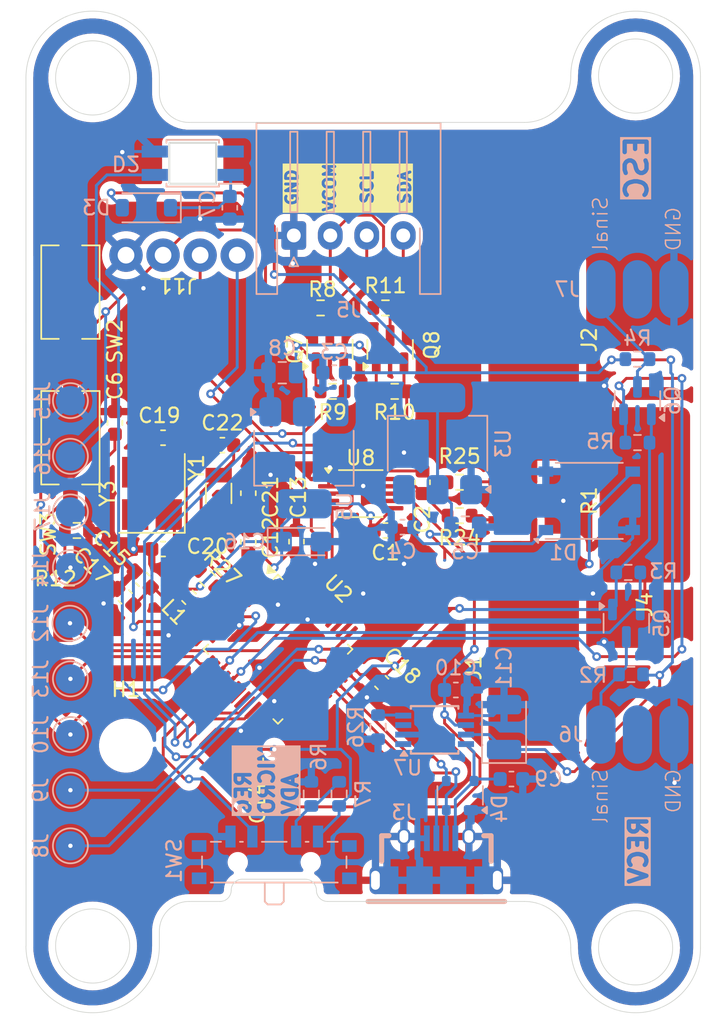
<source format=kicad_pcb>
(kicad_pcb (version 20240108) (generator "pcbnew") (generator_version "8.0")
  (layers (0 "F.Cu" signal) (31 "B.Cu" signal) (34 "B.Paste" user) (35 "F.Paste" user) (36 "B.SilkS" user "B.Silkscreen") (37 "F.SilkS" user "F.Silkscreen") (38 "B.Mask" user) (39 "F.Mask" user) (44 "Edge.Cuts" user))
  (net 0 "")
  (net 1 "GND")
  (net 2 "+3V3")
  (net 3 "Net-(D1-+)")
  (net 4 "+5V")
  (net 5 "+BATT")
  (net 6 "Net-(J5-Pin_3)")
  (net 7 "Net-(J5-Pin_4)")
  (net 8 "Net-(J5-Pin_2)")
  (net 9 "PWM-RECEIVER")
  (net 10 "PWM-INPUT")
  (net 11 "PWM-ESC")
  (net 12 "PWM-OUTPUT")
  (net 14 "Net-(U8-Vin+)")
  (net 15 "Net-(U8-Vin-)")
  (net 16 "Net-(R6-Pad2)")
  (net 17 "AN-CLASSE")
  (net 18 "I2C-SCL")
  (net 19 "I2C-SDA")
  (net 21 "SLAVE_SDA")
  (net 25 "Net-(D2-VDD)")
  (net 26 "LED")
  (net 36 "SLAVE_SCL")
  (net 37 "Net-(J12-Pin_1)")
  (net 38 "Net-(J13-Pin_1)")
  (net 44 "Net-(J14-Pin_1)")
  (net 47 "Net-(R1-Pad3)")
  (net 48 "Net-(R1-Pad2)")
  (net 49 "Net-(J2-Pin_1)")
  (net 50 "VDC")
  (net 53 "VBUS")
  (net 54 "USB_DM")
  (net 55 "USB_DP")
  (net 56 "Net-(U7-ILIM)")
  (net 57 "Net-(U2-VDDA)")
  (net 58 "Net-(U2-PH0)")
  (net 59 "Net-(C20-Pad2)")
  (net 60 "Net-(U2-PC14)")
  (net 61 "Net-(U2-PC15)")
  (net 62 "Net-(J8-Pin_1)")
  (net 63 "Net-(J9-Pin_1)")
  (net 64 "Net-(J10-Pin_1)")
  (net 65 "Net-(U2-PH1)")
  (footprint "Package_TO_SOT_SMD:SOT-23" (layer "F.Cu") (at 151.45 57.4525 90)
    (property "Reference" "Q8")
    (property "Value" "BSS138")
  )
  (footprint "Capacitor_SMD:C_0603_1608Metric" (layer "F.Cu") (at 132.588 62.484 90)
    (property "Reference" "C6")
    (property "Value" "0.1u")
  )
  (footprint "footprints:MSRSF3920P" (layer "F.Cu") (at 161.29 67.818 90)
    (property "Reference" "R1")
    (property "Value" "R_Shunt")
  )
  (footprint "Capacitor_SMD:C_0603_1608Metric" (layer "F.Cu") (at 135.89 71.12)
    (property "Reference" "C20")
    (property "Value" "20p")
  )
  (footprint "Capacitor_SMD:C_0603_1608Metric" (layer "F.Cu") (at 134.5 73.2 -45)
    (property "Reference" "C15")
    (property "Value" "0.1u")
  )
  (footprint "Package_TO_SOT_SMD:SOT-23" (layer "F.Cu") (at 147.32 57.452501 90)
    (property "Reference" "Q7")
    (property "Value" "BSS138")
  )
  (footprint "Capacitor_SMD:C_0603_1608Metric" (layer "F.Cu") (at 142.24 85.585 90)
    (property "Reference" "C14")
    (property "Value" "0.1u")
  )
  (footprint "Capacitor_SMD:C_0603_1608Metric" (layer "F.Cu") (at 133.3 74.4 -45)
    (property "Reference" "C17")
    (property "Value" "1u")
  )
  (footprint "Resistor_SMD:R_0603_1608Metric" (layer "F.Cu") (at 156.21 68.834 180)
    (property "Reference" "R24")
    (property "Value" "1" (hide yes))
  )
  (footprint "Resistor_SMD:R_0603_1608Metric" (layer "F.Cu") (at 156.21 66.548 180)
    (property "Reference" "R25")
    (property "Value" "1")
  )
  (footprint "Button_Switch_SMD:SW_Tactile_SPST_NO_Straight_CK_PTS636Sx25SMTRLFS" (layer "F.Cu") (at 129.54 53.529 90)
    (property "Reference" "SW2")
    (property "Value" "Boot0")
  )
  (footprint "footprints:HV_CONN_01x01_pad_6.2x12mm" (layer "F.Cu") (at 168.91 67.31 90)
    (property "Reference" "J4")
    (property "Value" "GND-BATT")
  )
  (footprint "Package_QFP:LQFP-48_7x7mm_P0.5mm" (layer "F.Cu") (at 143.764 77.978 -45)
    (property "Reference" "U2")
    (property "Value" "STM32L052C6Tx")
  )
  (footprint "Package_SO:VSSOP-10_3x3mm_P0.5mm" (layer "F.Cu") (at 149.438 67.326)
    (property "Reference" "U8")
    (property "Value" "INA226")
  )
  (footprint "Crystal:Crystal_SMD_3225-4Pin_3.2x2.5mm_HandSoldering" (layer "F.Cu") (at 135.128 67.31 90)
    (property "Reference" "Y3")
    (property "Value" "8mhz")
  )
  (footprint "footprints:HV_CONN_01x01_pad_6.2x12mm" (layer "F.Cu") (at 161.29 78.486 90)
    (property "Reference" "J1")
    (property "Value" "VCC-BATT")
  )
  (footprint "Capacitor_SMD:C_0603_1608Metric" (layer "F.Cu") (at 145.034 70.612 -90)
    (property "Reference" "C13")
    (property "Value" "0.1u")
  )
  (footprint "Capacitor_SMD:C_0603_1608Metric" (layer "F.Cu") (at 141.732 70.625 -90)
    (property "Reference" "C12")
    (property "Value" "0.1u")
  )
  (footprint "Capacitor_SMD:C_0603_1608Metric" (layer "F.Cu") (at 139.954 64.008 180)
    (property "Reference" "C22")
    (property "Value" "10p")
  )
  (footprint "Sigma Footprints:OLED_0.91_128x32" (layer "F.Cu") (at 137.16 51 180)
    (property "Reference" "J11")
    (property "Value" "Display")
  )
  (footprint "Resistor_SMD:R_0603_1608Metric" (layer "F.Cu") (at 151.13 54.61 180)
    (property "Reference" "R11")
    (property "Value" "10k")
  )
  (footprint "Capacitor_SMD:C_0603_1608Metric" (layer "F.Cu") (at 153.67 66.548 -90)
    (property "Reference" "C2")
    (property "Value" "0.1u")
  )
  (footprint "Crystal:Crystal_SMD_3215-2Pin_3.2x1.5mm" (layer "F.Cu") (at 139.7 67.31 -90)
    (property "Reference" "Y1")
    (property "Value" "32.768khz")
  )
  (footprint "Capacitor_SMD:C_0603_1608Metric" (layer "F.Cu") (at 141.732 67.297 90)
    (property "Reference" "C21")
    (property "Value" "10p")
  )
  (footprint "Inductor_SMD:L_0603_1608Metric" (layer "F.Cu") (at 137.668 74.422 -45)
    (property "Reference" "L1")
    (property "Value" "L_Small")
  )
  (footprint "footprints:HV_CONN_01x01_pad_6.2x12mm" (layer "F.Cu") (at 161.29 56.796 90)
    (property "Reference" "J2")
    (property "Value" "VCC-ESC")
  )
  (footprint "Capacitor_SMD:C_0603_1608Metric" (layer "F.Cu") (at 135.89 63.5)
    (property "Reference" "C19")
    (property "Value" "20p")
  )
  (footprint "Resistor_SMD:R_0603_1608Metric" (layer "F.Cu") (at 138.938 73.152 -45)
    (property "Reference" "R27")
    (property "Value" "390")
  )
  (footprint "Resistor_SMD:R_0603_1608Metric" (layer "F.Cu") (at 129.985 69.85 180)
    (property "Reference" "R12")
    (property "Value" "10k")
  )
  (footprint "MountingHole:MountingHole_3.2mm_M3_ISO7380" (layer "F.Cu") (at 133.35 84.582)
    (property "Reference" "H1")
    (property "Value" "MountingHole")
  )
  (footprint "Button_Switch_SMD:SW_Tactile_SPST_NO_Straight_CK_PTS636Sx25SMTRLFS" (layer "F.Cu") (at 129.54 63.5 90)
    (property "Reference" "SW3")
    (property "Value" "Reset")
  )
  (footprint "Resistor_SMD:R_0603_1608Metric" (layer "F.Cu") (at 147.51 60.325 180)
    (property "Reference" "R9")
    (property "Value" "10k")
  )
  (footprint "Resistor_SMD:R_0603_1608Metric" (layer "F.Cu") (at 146.685 54.61 180)
    (property "Reference" "R8")
    (property "Value" "10k")
  )
  (footprint "Resistor_SMD:R_0603_1608Metric" (layer "F.Cu") (at 151.765 60.325 180)
    (property "Reference" "R10")
    (property "Value" "10k")
  )
  (footprint "Capacitor_SMD:C_0603_1608Metric" (layer "F.Cu") (at 150.876 80.264 135)
    (property "Reference" "C18")
    (property "Value" "0.1u")
  )
  (footprint "Capacitor_SMD:C_0603_1608Metric" (layer "F.Cu") (at 151.13 69.85)
    (property "Reference" "C1")
    (property "Value" "0.1u")
  )
  (footprint "Capacitor_SMD:C_0603_1608Metric" (layer "B.Cu") (at 140.462 47.752 -90)
    (property "Reference" "C7")
    (property "Value" "0.1u")
  )
  (footprint "TestPoint:TestPoint_Pad_D2.0mm" (layer "B.Cu") (at 129.54 91.44)
    (property "Reference" "J8")
    (property "Value" "SWDIO")
  )
  (footprint "Capacitor_SMD:C_0603_1608Metric" (layer "B.Cu") (at 147.614999 59.049 180)
    (property "Reference" "C3")
    (property "Value" "0.1u")
  )
  (footprint "Resistor_SMD:R_0603_1608Metric" (layer "B.Cu") (at 167.96 79.7075)
    (property "Reference" "R2")
    (property "Value" "10k")
  )
  (footprint "TestPoint:TestPoint_Pad_D2.0mm" (layer "B.Cu") (at 129.54 68.58 180)
    (property "Reference" "J17")
    (property "Value" "3V3")
  )
  (footprint "Package_TO_SOT_SMD:SOT-23" (layer "B.Cu") (at 167.64 76.2 -90)
    (property "Reference" "Q5")
    (property "Value" "BSS138")
  )
  (footprint "Sigma Footprints:SolderWire_SMD_3" (layer "B.Cu") (at 168.402 53.34 180)
    (property "Reference" "J7")
    (property "Value" "ESC")
  )
  (footprint "Package_SO:TSSOP-8_3x3mm_P0.65mm" (layer "B.Cu") (at 154.5 83.5)
    (property "Reference" "U7")
    (property "Value" "TPS2113A")
  )
  (footprint "Button_Switch_SMD:SW_SP3T_PCM13" (layer "B.Cu") (at 143.51 92.235 180)
    (property "Reference" "SW1")
    (property "Value" "CLASSE")
  )
  (footprint "Sigma Footprints:SolderWire_SMD_3" (layer "B.Cu") (at 168.402 83.82 180)
    (property "Reference" "J6")
    (property "Value" "RECEIVER")
  )
  (footprint "Resistor_SMD:R_0603_1608Metric" (layer "B.Cu") (at 147.955001 87.884 90)
    (property "Reference" "R7")
    (property "Value" "10k")
  )
  (footprint "TestPoint:TestPoint_Pad_D2.0mm" (layer "B.Cu") (at 129.54 87.63)
    (property "Reference" "J9")
    (property "Value" "SWCLK")
  )
  (footprint "TestPoint:TestPoint_Pad_D2.0mm" (layer "B.Cu") (at 129.54 60.96 180)
    (property "Reference" "J15")
    (property "Value" "GND")
  )
  (footprint "TestPoint:TestPoint_Pad_D2.0mm" (layer "B.Cu") (at 129.54 72.39 180)
    (property "Reference" "J14")
    (property "Value" "BOOT0")
  )
  (footprint "Resistor_SMD:R_0603_1608Metric" (layer "B.Cu") (at 168.402 58.1175 180)
    (property "Reference" "R4")
    (property "Value" "10k")
  )
  (footprint "Diode_SMD:D_SOD-123" (layer "B.Cu") (at 134.748 47.752 180)
    (property "Reference" "D3")
    (property "Value" "1N4148W")
  )
  (footprint "Capacitor_SMD:C_0603_1608Metric" (layer "B.Cu") (at 155.956 80.772)
    (property "Reference" "C10")
    (property "Value" "0.1u")
  )
  (footprint "Capacitor_SMD:C_0805_2012Metric" (layer "B.Cu") (at 144.059001 59.049 180)
    (property "Reference" "C8")
    (property "Value" "10u")
  )
  (footprint "TestPoint:TestPoint_Pad_D2.0mm" (layer "B.Cu") (at 129.54 80.01 180)
    (property "Reference" "J13")
    (property "Value" "USART2-RX")
  )
  (footprint "Resistor_SMD:R_0603_1608Metric" (layer "B.Cu") (at 150.622 83.312 -90)
    (property "Reference" "R26")
    (property "Value" "400")
  )
  (footprint "Capacitor_SMD:C_0603_1608Metric" (layer "B.Cu") (at 159.766 86.868 180)
    (property "Reference" "C9")
    (property "Value" "0.1u")
  )
  (footprint "Capacitor_SMD:C_0603_1608Metric" (layer "B.Cu") (at 152.3 69.621 180)
    (property "Reference" "C4")
    (property "Value" "0.1u")
  )
  (footprint "Capacitor_Tantalum_SMD:CP_EIA-3528-21_Kemet-B" (layer "B.Cu") (at 159.258 83.312 90)
    (property "Reference" "C11")
    (property "Value" "10u")
  )
  (footprint "Diode_SMD:Diode_Bridge_Diotec_ABS" (layer "B.Cu") (at 165.1 67.818)
    (property "Reference" "D1")
    (property "Value" "ABS6")
  )
  (footprint "Capacitor_SMD:C_0805_2012Metric" (layer "B.Cu") (at 156.605 69.621)
    (property "Reference" "C5")
    (property "Value" "10u")
  )
  (footprint "TestPoint:TestPoint_Pad_D2.0mm" (layer "B.Cu") (at 129.511 76.2 180)
    (property "Reference" "J12")
    (property "Value" "USART2-TX")
  )
  (footprint "Package_TO_SOT_SMD:SOT-223-3_TabPin2" (layer "B.Cu") (at 154.7 63.906 90)
    (property "Reference" "U3")
    (property "Value" "LD1117S50TR_SOT223")
  )
  (footprint "Resistor_SMD:R_0603_1608Metric" (layer "B.Cu") (at 168.402 63.8325)
    (property "Reference" "R5")
    (property "Value" "10k")
  )
  (footprint "Package_TO_SOT_SMD:SOT-223-3_TabPin2" (layer "B.Cu") (at 145.542 64.871999 -90)
    (property "Reference" "U5")
    (property "Value" "LD1117S33TR_SOT223")
  )
  (footprint "TestPoint:TestPoint_Pad_D2.0mm" (layer "B.Cu") (at 129.54 83.82)
    (property "Reference" "J10")
    (property "Value" "NRST")
  )
  (footprint "TestPoint:TestPoint_Pad_D2.0mm" (layer "B.Cu") (at 129.54 64.77 180)
    (property "Reference" "J16")
    (property "Value" "3V3")
  )
  (footprint "Connector_JST:JST_XH_S4B-XH-A-1_1x04_P2.50mm_Horizontal" (layer "B.Cu") (at 144.85 49.65)
    (property "Reference" "J5")
    (property "Value" "UART")
  )
  (footprint "Sigma Footprints:SK6812MINI-E" (layer "B.Cu") (at 137.922 44.704)
    (property "Reference" "D2")
    (property "Value" "SK6812MINI")
    (fp_poly (pts (xy -1.6 1.4) (xy -1.6 -1.4) (xy 1.6 -1.4) (xy 1.6 1.4)) (stroke (width 0.12)) (fill none) (layer "Edge.Cuts"))
  )
  (footprint "Package_TO_SOT_SMD:SOT-23" (layer "B.Cu") (at 168.402 60.96 90)
    (property "Reference" "Q6")
    (property "Value" "BSS138")
  )
  (footprint "Capacitor_Tantalum_SMD:CP_EIA-3216-18_Kemet-A" (layer "B.Cu") (at 145.368 70.612)
    (property "Reference" "C16")
    (property "Value" "4.7u")
  )
  (footprint "Resistor_SMD:R_0603_1608Metric" (layer "B.Cu") (at 167.77 72.7225 180)
    (property "Reference" "R3")
    (property "Value" "10k")
  )
  (footprint "Resistor_SMD:R_0603_1608Metric" (layer "B.Cu") (at 146.05 87.884 -90)
    (property "Reference" "R6")
    (property "Value" "10k")
  )
  (footprint "Package_TO_SOT_SMD:SOT-143" (layer "B.Cu") (at 156.25 88 90)
    (property "Reference" "D4")
    (property "Value" "PRTR5V0U2X")
  )
  (footprint "footprints:47589-1001" (layer "B.Cu") (at 154.62 95.25 180)
    (property "Reference" "J3")
    (property "Value" "USB_B_Micro")
  )
  (gr_arc (start 163.829999 38.735) (mid 162.900063 40.980063) (end 160.655 41.909999) (stroke (width 0.05)) (layer "Edge.Cuts"))
  (gr_arc (start 137.668 41.909999) (mid 136.23116 41.31484) (end 135.636001 39.878) (stroke (width 0.05)) (layer "Edge.Cuts"))
  (gr_line (start 137.668 41.909999) (end 160.655 41.909999) (stroke (width 0.05)) (layer "Edge.Cuts"))
  (gr_arc (start 140.558185 94.488) (mid 140.78137 93.949185) (end 141.320185 93.726) (stroke (width 0.05)) (layer "Edge.Cuts"))
  (gr_circle (center 131.064 38.862) (end 131.064 41.402) (stroke (width 0.05)) (fill none) (layer "Edge.Cuts"))
  (gr_arc (start 147.162185 95.249999) (mid 146.62337 95.026815) (end 146.400186 94.488) (stroke (width 0.05)) (layer "Edge.Cuts"))
  (gr_arc (start 145.638185 93.726001) (mid 146.177 93.949185) (end 146.400184 94.488) (stroke (width 0.05)) (layer "Edge.Cuts"))
  (gr_line (start 126.5 98.298) (end 126.492 38.862) (stroke (width 0.05)) (layer "Edge.Cuts"))
  (gr_line (start 172.720001 38.735) (end 172.720001 98.425) (stroke (width 0.05)) (layer "Edge.Cuts"))
  (gr_arc (start 172.720001 98.425) (mid 168.275 102.870001) (end 163.829999 98.425) (stroke (width 0.05)) (layer "Edge.Cuts"))
  (gr_arc (start 163.829999 38.735) (mid 168.275 34.289999) (end 172.720001 38.735) (stroke (width 0.05)) (layer "Edge.Cuts"))
  (gr_line (start 135.636001 97.282) (end 135.636 98.298) (stroke (width 0.05)) (layer "Edge.Cuts"))
  (gr_arc (start 160.655 95.250001) (mid 162.900063 96.179937) (end 163.829999 98.425) (stroke (width 0.05)) (layer "Edge.Cuts"))
  (gr_line (start 147.162185 95.249999) (end 160.655 95.250001) (stroke (width 0.05)) (layer "Edge.Cuts"))
  (gr_arc (start 135.636 98.298) (mid 131.064 102.87) (end 126.492 98.298) (stroke (width 0.05)) (layer "Edge.Cuts"))
  (gr_circle (center 168.275 38.735) (end 168.275 41.275) (stroke (width 0.05)) (fill none) (layer "Edge.Cuts"))
  (gr_line (start 139.796185 95.25) (end 137.668 95.250001) (stroke (width 0.05)) (layer "Edge.Cuts"))
  (gr_arc (start 135.636001 97.282) (mid 136.23116 95.84516) (end 137.668 95.250001) (stroke (width 0.05)) (layer "Edge.Cuts"))
  (gr_circle (center 168.275 98.425) (end 168.275 95.885) (stroke (width 0.05)) (fill none) (layer "Edge.Cuts"))
  (gr_line (start 135.636 38.862) (end 135.636001 39.878) (stroke (width 0.05)) (layer "Edge.Cuts"))
  (gr_circle (center 131.064 98.298) (end 131.064 95.758) (stroke (width 0.05)) (fill none) (layer "Edge.Cuts"))
  (gr_line (start 145.638185 93.726001) (end 141.320185 93.726) (stroke (width 0.05)) (layer "Edge.Cuts"))
  (gr_arc (start 126.492 38.862) (mid 131.064 34.29) (end 135.636 38.862) (stroke (width 0.05)) (layer "Edge.Cuts"))
  (gr_arc (start 140.558185 94.488) (mid 140.335 95.026815) (end 139.796185 95.25) (stroke (width 0.05)) (layer "Edge.Cuts"))
  (gr_text "GND" (at 170.862 86.106 90) (layer "B.SilkS") (effects (font (size 1 1) (thickness 0.1)) (justify left mirror)))
  (gr_text "ESC" (at 168.347 45.012 90) (layer "B.SilkS" knockout) (effects (font (size 1.5 1.5) (thickness 0.3) (bold yes)) (justify mirror)))
  (gr_text "Sinal" (at 165.862 50.8 90) (layer "B.SilkS") (effects (font (size 1 1) (thickness 0.1)) (justify right mirror)))
  (gr_text "GND" (at 170.862 50.8 90) (layer "B.SilkS") (effects (font (size 1 1) (thickness 0.1)) (justify right mirror)))
  (gr_text "Sinal" (at 165.862 86.106 90) (layer "B.SilkS") (effects (font (size 1 1) (thickness 0.1)) (justify left mirror)))
  (gr_text "REG\nMICRO\nADV" (at 143.002 89.408 90) (layer "B.SilkS" knockout) (effects (font (size 1 1) (thickness 0.25) (bold yes)) (justify right mirror)))
  (gr_text "RECV" (at 168.474 91.746001 90) (layer "B.SilkS" knockout) (effects (font (size 1.2 1.2) (thickness 0.3) (bold yes)) (justify mirror)))
  (gr_text "GND\n\nVCOM\n\nSCL\n\nSDA" (at 148.59 46.355 90) (layer "F.SilkS" knockout) (effects (font (size 0.8 0.8) (thickness 0.2) (bold yes))))
  (segment (start 140.334998 75.564998) (end 141.110025 76.340025) (width 0.2) (layer "F.Cu") (net 1))
  (segment (start 141.35798 83.566) (end 141.224 83.566) (width 0.2) (layer "F.Cu") (net 1))
  (segment (start 142.411658 82.512322) (end 141.35798 83.566) (width 0.2) (layer "F.Cu") (net 1))
  (segment (start 168.91 74.676) (end 166.116 77.47) (width 0.2) (layer "F.Cu") (net 1))
  (segment (start 150.63 67.826) (end 149.606 66.802) (width 0.2) (layer "F.Cu") (net 1))
  (segment (start 140.290338 75.564998) (end 140.334998 75.564998) (width 0.2) (layer "F.Cu") (net 1))
  (segment (start 147.238 65.614) (end 147.32 65.532) (width 0.2) (layer "F.Cu") (net 1))
  (segment (start 147.238 66.826) (end 147.238 66.326) (width 0.2) (layer "F.Cu") (net 1))
  (segment (start 147.238 66.326) (end 147.238 65.614) (width 0.2) (layer "F.Cu") (net 1))
  (segment (start 143.38998 81.534) (end 143.51 81.534) (width 0.2) (layer "F.Cu") (net 1))
  (segment (start 149.86 80.89202) (end 149.86 81.28) (width 0.2) (layer "F.Cu") (net 1))
  (segment (start 168.91 62.738) (end 166.116 59.944) (width 0.2) (layer "F.Cu") (net 1))
  (segment (start 142.411658 82.512322) (end 143.38998 81.534) (width 0.2) (layer "F.Cu") (net 1))
  (segment (start 148.298322 79.330342) (end 149.86 80.89202) (width 0.2) (layer "F.Cu") (net 1))
  (segment (start 145.116342 73.443678) (end 146.304 72.25602) (width 0.2) (layer "F.Cu") (net 1))
  (segment (start 168.91 67.41) (end 168.91 74.676) (width 0.2) (layer "F.Cu") (net 1))
  (segment (start 151.638 67.826) (end 150.63 67.826) (width 0.2) (layer "F.Cu") (net 1))
  (segment (start 168.91 67.41) (end 168.91 62.738) (width 0.2) (layer "F.Cu") (net 1))
  (segment (start 146.304 72.25602) (end 146.304 72.136) (width 0.2) (layer "F.Cu") (net 1))
  (via (at 133.858 71.12) (size 0.6) (drill 0.3) (layers "F.Cu" "B.Cu") (net 1))
  (via (at 146.304 72.136) (size 0.6) (drill 0.3) (layers "F.Cu" "B.Cu") (net 1))
  (via (at 143.51 81.534) (size 0.6) (drill 0.3) (layers "F.Cu" "B.Cu") (net 1))
  (via (at 131.812468 74.846674) (size 0.6) (drill 0.3) (layers "F.Cu" "B.Cu") (net 1))
  (via (at 144.78 51.562) (size 0.6) (drill 0.3) (layers "F.Cu" "B.Cu") (net 1))
  (via (at 145.796 75.946) (size 0.6) (drill 0.3) (layers "F.Cu" "B.Cu") (net 1))
  (via (at 165.354 74.168) (size 0.6) (drill 0.3) (layers "F.Cu" "B.Cu") (net 1))
  (via (at 149.606 66.802) (size 0.6) (drill 0.3) (layers "F.Cu" "B.Cu") (net 1))
  (via (at 166.116 59.944) (size 0.6) (drill 0.3) (layers "F.Cu" "B.Cu") (net 1))
  (via (at 166.116 77.47) (size 0.6) (drill 0.3) (layers "F.Cu" "B.Cu") (net 1))
  (via (at 147.32 65.532) (size 0.6) (drill 0.3) (layers "F.Cu" "B.Cu") (net 1))
  (via (at 141.224 83.566) (size 0.6) (drill 0.3) (layers "F.Cu" "B.Cu") (net 1))
  (via (at 152.4 72.136) (size 0.6) (drill 0.3) (layers "F.Cu" "B.Cu") (net 1))
  (via (at 149.606 74.168) (size 0.6) (drill 0.3) (layers "F.Cu" "B.Cu") (net 1))
  (via (at 136.266289 77.028827) (size 0.6) (drill 0.3) (layers "F.Cu" "B.Cu") (net 1))
  (via (at 134.54462 53.26462) (size 0.6) (drill 0.3) (layers "F.Cu" "B.Cu") (net 1))
  (via (at 143.764 74.93) (size 0.6) (drill 0.3) (layers "F.Cu" "B.Cu") (net 1))
  (via (at 163.322 67.818) (size 0.6) (drill 0.3) (layers "F.Cu" "B.Cu") (net 1))
  (via (at 149.86 81.28) (size 0.6) (drill 0.3) (layers "F.Cu" "B.Cu") (net 1))
  (via (at 152.4 64.516) (size 0.6) (drill 0.3) (layers "F.Cu" "B.Cu") (net 1))
  (via (at 138.43 48.514) (size 0.6) (drill 0.3) (layers "F.Cu" "B.Cu") (net 1))
  (via (at 133.096 43.942) (size 0.6) (drill 0.3) (layers "F.Cu" "B.Cu") (net 1))
  (via (at 141.110025 76.340025) (size 0.6) (drill 0.3) (layers "F.Cu" "B.Cu") (net 1))
  (via (at 170.942 87.122) (size 0.6) (drill 0.3) (layers "F.Cu" "B.Cu") (net 1))
  (via (at 143.256 66.04) (size 0.6) (drill 0.3) (layers "F.Cu" "B.Cu") (net 1))
  (via (at 142.494 79.248) (size 0.6) (drill 0.3) (layers "F.Cu" "B.Cu") (net 1))
  (segment (start 135.322 43.904) (end 133.134 43.904) (width 0.2) (layer "B.Cu") (net 1))
  (segment (start 168.075 69.818) (end 168.075 70.368) (width 0.2) (layer "B.Cu") (net 1))
  (segment (start 140.462 48.527) (end 138.443 48.527) (width 0.2) (layer "B.Cu") (net 1))
  (segment (start 133.134 43.904) (end 133.096 43.942) (width 0.2) (layer "B.Cu") (net 1))
  (segment (start 138.443 48.527) (end 138.43 48.514) (width 0.2) (layer "B.Cu") (net 1))
  (segment (start 158.507501 82.524999) (end 159.258 81.7745) (width 0.2) (layer "B.Cu") (net 1))
  (segment (start 165.354 73.089) (end 165.354 74.168) (width 0.2) (layer "B.Cu") (net 1))
  (segment (start 168.075 70.368) (end 165.354 73.089) (width 0.2) (layer "B.Cu") (net 1))
  (segment (start 156.65 82.524999) (end 158.507501 82.524999) (width 0.2) (layer "B.Cu") (net 1))
  (segment (start 150.114 68.834) (end 150.114 69.609) (width 0.2) (layer "F.Cu") (net 2))
  (segment (start 151.638 68.326) (end 150.355 69.609) (width 0.2) (layer "F.Cu") (net 2))
  (segment (start 137.614 49.276) (end 135.89 51) (width 0.2) (layer "F.Cu") (net 2))
  (segment (start 150.5 58.39) (end 150.5 59.885) (width 0.2) (layer "F.Cu") (net 2))
  (segment (start 152.908 75.184) (end 150.355 72.631) (width 0.2) (layer "F.Cu") (net 2))
  (segment (start 150.355 69.609) (end 150.355 69.85) (width 0.2) (layer "F.Cu") (net 2))
  (segment (start 143.51 84.836) (end 142.266 84.836) (width 0.2) (layer "F.Cu") (net 2))
  (segment (start 145.129999 57.15) (end 145.034 57.15) (width 0.2) (layer "F.Cu") (net 2))
  (segment (start 151.170008 79.715992) (end 150.327992 79.715992) (width 0.2) (layer "F.Cu") (net 2))
  (segment (start 143.51 72.39) (end 142.52 71.4) (width 0.2) (layer "F.Cu") (net 2))
  (segment (start 156.21 75.184) (end 155.702 75.184) (width 0.2) (layer "F.Cu") (net 2))
  (segment (start 156.21 75.184) (end 152.908 75.184) (width 0.2) (layer "F.Cu") (net 2))
  (segment (start 142.91 55.026) (end 142.91 49.946) (width 0.2) (layer "F.Cu") (net 2))
  (segment (start 142.52 71.4) (end 141.732 71.4) (width 0.2) (layer "F.Cu") (net 2))
  (segment (start 149.39108 79.715992) (end 148.651876 78.976788) (width 0.2) (layer "F.Cu") (net 2))
  (segment (start 150.5 59.885) (end 150.94 60.325) (width 0.2) (layer "F.Cu") (net 2))
  (segment (start 141.732 72.056912) (end 141.732 71.4) (width 0.2) (layer "F.Cu") (net 2))
  (segment (start 142.91 49.946) (end 142.24 49.276) (width 0.2) (layer "F.Cu") (net 2))
  (segment (start 142.24 83.391088) (end 142.765212 82.865876) (width 0.2) (layer "F.Cu") (net 2))
  (segment (start 129.54 57.404) (end 131.953 54.991) (width 0.2) (layer "F.Cu") (net 2))
  (segment (start 146.37 60.01) (end 146.685 60.325) (width 0.2) (layer "F.Cu") (net 2))
  (segment (start 144.513 71.387) (end 145.034 71.387) (width 0.2) (layer "F.Cu") (net 2))
  (segment (start 150.5 58.39) (end 150.5 58.298) (width 0.2) (layer "F.Cu") (net 2))
  (segment (start 146.37 58.390001) (end 146.37 60.01) (width 0.2) (layer "F.Cu") (net 2))
  (segment (start 131.953 54.864) (end 132.026 54.864) (width 0.2) (layer "F.Cu") (net 2))
  (segment (start 155.702 75.184) (end 151.170008 79.715992) (width 0.2) (layer "F.Cu") (net 2))
  (segment (start 146.37 58.390001) (end 145.129999 57.15) (width 0.2) (layer "F.Cu") (net 2))
  (segment (start 150.355 72.631) (end 150.355 69.85) (width 0.2) (layer "F.Cu") (net 2))
  (segment (start 143.51 72.39) (end 144.513 71.387) (width 0.2) (layer "F.Cu") (net 2))
  (segment (start 142.24 84.81) (end 142.24 83.391088) (width 0.2) (layer "F.Cu") (net 2))
  (segment (start 138.224847 73.865153) (end 138.43 73.66) (width 0.2) (layer "F.Cu") (net 2))
  (segment (start 137.111153 73.865153) (end 138.224847 73.865153) (width 0.2) (layer "F.Cu") (net 2))
  (segment (start 150.327992 79.715992) (end 149.39108 79.715992) (width 0.2) (layer "F.Cu") (net 2))
  (segment (start 142.24 49.276) (end 137.614 49.276) (width 0.2) (layer "F.Cu") (net 2))
  (segment (start 131.953 54.991) (end 131.953 54.864) (width 0.2) (layer "F.Cu") (net 2))
  (segment (start 145.034 71.387) (end 145.034 72.818912) (width 0.2) (layer "F.Cu") (net 2))
  (segment (start 132.026 54.864) (end 135.89 51) (width 0.2) (layer "F.Cu") (net 2))
  (segment (start 150.5 58.298) (end 149.352 57.15) (width 0.2) (layer "F.Cu") (net 2))
  (segment (start 142.266 84.836) (end 142.24 84.81) (width 0.2) (layer "F.Cu") (net 2))
  (segment (start 145.034 72.818912) (end 144.762788 73.090124) (width 0.2) (layer "F.Cu") (net 2))
  (segment (start 145.034 57.15) (end 142.91 55.026) (width 0.2) (layer "F.Cu") (net 2))
  (segment (start 150.114 69.609) (end 150.355 69.85) (width 0.2) (layer "F.Cu") (net 2))
  (segment (start 142.765212 73.090124) (end 141.732 72.056912) (width 0.2) (layer "F.Cu") (net 2))
  (via (at 151.765 79.121) (size 0.6) (drill 0.3) (layers "F.Cu" "B.Cu") (net 2))
  (via (at 145.034 57.15) (size 0.6) (drill 0.3) (layers "F.Cu" "B.Cu") (net 2))
  (via (at 156.21 75.184) (size 0.6) (drill 0.3) (layers "F.Cu" "B.Cu") (net 2))
  (via (at 143.51 84.836) (size 0.6) (drill 0.3) (layers "F.Cu" "B.Cu") (net 2))
  (via (at 150.114 68.834) (size 0.6) (drill 0.3) (layers "F.Cu" "B.Cu") (net 2))
  (via (at 131.953 54.864) (size 0.6) (drill 0.3) (layers "F.Cu" "B.Cu") (net 2))
  (via (at 143.51 72.39) (size 0.6) (drill 0.3) (layers "F.Cu" "B.Cu") (net 2))
  (via (at 149.352 57.15) (size 0.6) (drill 0.3) (layers "F.Cu" "B.Cu") (net 2))
  (via (at 138.43 73.66) (size 0.6) (drill 0.3) (layers "F.Cu" "B.Cu") (net 2))
  (segment (start 166.945 75.0075) (end 166.69 75.2625) (width 0.2) (layer "B.Cu") (net 2))
  (segment (start 169.352 61.8975) (end 169.352 63.7075) (width 0.2) (layer "B.Cu") (net 2))
  (segment (start 131.953 62.357) (end 131.953 54.864) (width 0.2) (layer "B.Cu") (net 2))
  (segment (start 144.018 70.612) (end 144.018 69.545998) (width 0.2) (layer "B.Cu") (net 2))
  (segment (start 148.59 85.344) (end 148.082 84.836) (width 0.2) (layer "B.Cu") (net 2))
  (segment (start 138.43 73.66) (end 141.478 70.612) (width 0.2) (layer "B.Cu") (net 2))
  (segment (start 147.955001 88.709) (end 148.730001 87.934) (width 0.2) (layer "B.Cu") (net 2))
  (segment (start 150.241 79.121) (end 147.828 81.534) (width 0.2) (layer "B.Cu") (net 2))
  (segment (start 156.2885 75.2625) (end 156.21 75.184) (width 0.2) (layer "B.Cu") (net 2))
  (segment (start 146.51 90.805) (end 147.955001 89.359999) (width 0.2) (layer "B.Cu") (net 2))
  (segment (start 147.955001 89.359999) (end 147.955001 88.709) (width 0.2) (layer "B.Cu") (net 2))
  (segment (start 148.082 84.836) (end 147.828 84.836) (width 0.2) (layer "B.Cu") (net 2))
  (segment (start 141.478 70.612) (end 144.018 70.612) (width 0.2) (layer "B.Cu") (net 2))
  (segment (start 149.352 57.15) (end 145.034 57.15) (width 0.2) (layer "B.Cu") (net 2))
  (segment (start 129.54 64.77) (end 131.953 62.357) (width 0.2) (layer "B.Cu") (net 2))
  (segment (start 145.542 68.021998) (end 149.301998 68.021998) (width 0.2) (layer "B.Cu") (net 2))
  (segment (start 169.227 69.596) (end 169.227 70.4405) (width 0.2) (layer "B.Cu") (net 2))
  (segment (start 145.542 61.722) (end 145.542 68.021998) (width 0.2) (layer "B.Cu") (net 2))
  (segment (start 166.945 72.7225) (end 166.945 75.0075) (width 0.2) (layer "B.Cu") (net 2))
  (segment (start 147.828 81.534) (end 147.828 84.836) (width 0.2) (layer "B.Cu") (net 2))
  (segment (start 148.730001 87.934) (end 148.730001 85.484001) (width 0.2) (layer "B.Cu") (net 2))
  (segment (start 169.227 69.596) (end 169.227 63.8325) (width 0.2) (layer "B.Cu") (net 2))
  (segment (start 149.301998 68.021998) (end 150.114 68.834) (width 0.2) (layer "B.Cu") (net 2))
  (segment (start 147.828 84.836) (end 143.51 84.836) (width 0.2) (layer "B.Cu") (net 2))
  (segment (start 166.69 75.2625) (end 156.2885 75.2625) (width 0.2) (layer "B.Cu") (net 2))
  (segment (start 145.009 59.049) (end 145.009 57.175) (width 0.2) (layer "B.Cu") (net 2))
  (segment (start 145.542 59.582) (end 145.009 59.049) (width 0.2) (layer "B.Cu") (net 2))
  (segment (start 145.009 57.175) (end 145.034 57.15) (width 0.2) (layer "B.Cu") (net 2))
  (segment (start 148.730001 85.484001) (end 148.59 85.344) (width 0.2) (layer "B.Cu") (net 2))
  (segment (start 144.018 69.545998) (end 145.542 68.021998) (width 0.2) (layer "B.Cu") (net 2))
  (segment (start 144.018 70.612) (end 144.018 71.882) (width 0.2) (layer "B.Cu") (net 2))
  (segment (start 169.227 70.4405) (end 166.945 72.7225) (width 0.2) (layer "B.Cu") (net 2))
  (segment (start 144.018 71.882) (end 143.51 72.39) (width 0.2) (layer "B.Cu") (net 2))
  (segment (start 151.765 79.121) (end 150.241 79.121) (width 0.2) (layer "B.Cu") (net 2))
  (segment (start 145.542 61.722) (end 145.542 59.582) (width 0.2) (layer "B.Cu") (net 2))
  (segment (start 169.352 63.7075) (end 169.227 63.8325) (width 0.2) (layer "B.Cu") (net 2))
  (segment (start 161.189 70.754) (end 153.733 70.754) (width 0.2) (layer "B.Cu") (net 3))
  (segment (start 153.075 67.731) (end 152.4 67.056) (width 0.2) (layer "B.Cu") (net 3))
  (segment (start 162.125 69.818) (end 161.189 70.754) (width 0.2) (layer "B.Cu") (net 3))
  (segment (start 153.075 69.621) (end 153.075 67.731) (width 0.2) (layer "B.Cu") (net 3))
  (segment (start 153.733 70.754) (end 153.075 70.096) (width 0.2) (layer "B.Cu") (net 3))
  (segment (start 153.075 70.096) (end 153.075 69.621) (width 0.2) (layer "B.Cu") (net 3))
  (segment (start 138.176 85.344) (end 141.605 88.773) (width 0.2) (layer "F.Cu") (net 4))
  (segment (start 155.194 71.12) (end 157.226 73.152) (width 0.2) (layer "F.Cu") (net 4))
  (segment (start 141.605 88.773) (end 155.956 88.773) (width 0.2) (layer "F.Cu") (net 4))
  (segment (start 157.607 85.471) (end 155.181 83.045) (width 0.2) (layer "F.Cu") (net 4))
  (segment (start 155.194 71.882) (end 155.194 71.12) (width 0.2) (layer "F.Cu") (net 4))
  (segment (start 155.194 71.12) (end 154.178 70.104) (width 0.2) (layer "F.Cu") (net 4))
  (segment (start 136.779 85.344) (end 138.176 85.344) (width 0.2) (layer "F.Cu") (net 4))
  (segment (start 155.956 88.773) (end 157.607 87.122) (width 0.2) (layer "F.Cu") (net 4))
  (segment (start 157.607 87.122) (end 157.607 85.471) (width 0.2) (layer "F.Cu") (net 4))
  (segment (start 157.226 73.152) (end 157.226 77.978) (width 0.2) (layer "F.Cu") (net 4))
  (segment (start 155.181 83.045) (end 155.181 82.456) (width 0.2) (layer "F.Cu") (net 4))
  (via (at 136.779 85.344) (size 0.6) (drill 0.3) (layers "F.Cu" "B.Cu") (net 4))
  (via (at 154.178 70.104) (size 0.6) (drill 0.3) (layers "F.Cu" "B.Cu") (net 4))
  (via (at 157.226 77.978) (size 0.6) (drill 0.3) (layers "F.Cu" "B.Cu") (net 4))
  (via (at 155.181 82.456) (size 0.6) (drill 0.3) (layers "F.Cu" "B.Cu") (net 4))
  (segment (start 155.172001 70.104) (end 155.655001 69.621) (width 0.2) (layer "B.Cu") (net 4))
  (segment (start 155.181 71.895) (end 155.194 71.882) (width 0.2) (layer "B.Cu") (net 4))
  (segment (start 129.54 68.58) (end 133.096 72.136) (width 0.2) (layer "B.Cu") (net 4))
  (segment (start 155.181 80.023) (end 155.181 80.772) (width 0.2) (layer "B.Cu") (net 4))
  (segment (start 155.655001 69.621) (end 155.655001 68.011) (width 0.2) (layer "B.Cu") (net 4))
  (segment (start 155.9 83.175) (end 156.65 83.175) (width 0.2) (layer "B.Cu") (net 4))
  (segment (start 133.096 72.136) (end 133.096 78.867) (width 0.2) (layer "B.Cu") (net 4))
  (segment (start 136.779 85.344) (end 136.017 84.582) (width 0.2) (layer "B.Cu") (net 4))
  (segment (start 155.181 82.456) (end 155.9 83.175) (width 0.2) (layer "B.Cu") (net 4))
  (segment (start 155.181 80.772) (end 155.181 82.456) (width 0.2) (layer "B.Cu") (net 4))
  (segment (start 136.017 83.058) (end 133.096 80.137) (width 0.2) (layer "B.Cu") (net 4))
  (segment (start 136.017 84.582) (end 136.017 83.058) (width 0.2) (layer "B.Cu") (net 4))
  (segment (start 155.655001 68.011) (end 154.7 67.055999) (width 0.2) (layer "B.Cu") (net 4))
  (segment (start 154.178 70.104) (end 155.172001 70.104) (width 0.2) (layer "B.Cu") (net 4))
  (segment (start 154.7 60.756001) (end 154.7 67.055999) (width 0.2) (layer "B.Cu") (net 4))
  (segment (start 157.226 77.978) (end 155.181 80.023) (width 0.2) (layer "B.Cu") (net 4))
  (segment (start 133.096 78.867) (end 133.096 80.137) (width 0.2) (layer "B.Cu") (net 4))
  (segment (start 165.1 72.136) (end 164.882 71.918) (width 0.2) (layer "F.Cu") (net 5))
  (segment (start 152.449304 67.326) (end 157.041304 71.918) (width 0.2) (layer "F.Cu") (net 5))
  (segment (start 157.041304 71.918) (end 161.29 71.918) (width 0.2) (layer "F.Cu") (net 5))
  (segment (start 164.882 71.918) (end 161.29 71.918) (width 0.2) (layer "F.Cu") (net 5))
  (segment (start 151.638 67.326) (end 152.449304 67.326) (width 0.2) (layer "F.Cu") (net 5))
  (via (at 165.1 72.136) (size 0.6) (drill 0.3) (layers "F.Cu" "B.Cu") (net 5))
  (segment (start 168.075 65.818) (end 165.1 68.793) (width 0.2) (layer "B.Cu") (net 5))
  (segment (start 165.1 68.793) (end 165.1 72.136) (width 0.2) (layer "B.Cu") (net 5))
  (segment (start 147.51 54.42) (end 149.85 52.08) (width 0.2) (layer "F.Cu") (net 6))
  (segment (start 147.51 54.61) (end 147.51 54.42) (width 0.2) (layer "F.Cu") (net 6))
  (segment (start 147.51 56.325) (end 147.32 56.515) (width 0.2) (layer "F.Cu") (net 6))
  (segment (start 149.85 52.08) (end 149.85 49.65) (width 0.2) (layer "F.Cu") (net 6))
  (segment (start 147.51 54.61) (end 147.51 56.325) (width 0.2) (layer "F.Cu") (net 6))
  (segment (start 152.35 54.215) (end 151.955 54.61) (width 0.2) (layer "F.Cu") (net 7))
  (segment (start 151.45 55.115) (end 151.955 54.61) (width 0.2) (layer "F.Cu") (net 7))
  (segment (start 151.45 56.514999) (end 151.45 55.115) (width 0.2) (layer "F.Cu") (net 7))
  (segment (start 152.35 49.65) (end 152.35 54.215) (width 0.2) (layer "F.Cu") (net 7))
  (segment (start 150.211346 48.26) (end 148.74 48.26) (width 0.2) (layer "F.Cu") (net 8))
  (segment (start 147.35 49.65) (end 147.35 53.12) (width 0.2) (layer "F.Cu") (net 8))
  (segment (start 151 49.048654) (end 150.211346 48.26) (width 0.2) (layer "F.Cu") (net 8))
  (segment (start 150.305 54.61) (end 151 53.915) (width 0.2) (layer "F.Cu") (net 8))
  (segment (start 148.74 48.26) (end 147.35 49.65) (width 0.2) (layer "F.Cu") (net 8))
  (segment (start 151 53.915) (end 151 49.048654) (width 0.2) (layer "F.Cu") (net 8))
  (segment (start 147.35 53.12) (end 145.86 54.61) (width 0.2) (layer "F.Cu") (net 8))
  (segment (start 167.135 79.7075) (end 167.135 79.753) (width 0.2) (layer "B.Cu") (net 9))
  (segment (start 167.135 79.753) (end 165.902 80.986) (width 0.2) (layer "B.Cu") (net 9))
  (segment (start 167.64 77.137501) (end 167.64 79.2025) (width 0.2) (layer "B.Cu") (net 9))
  (segment (start 167.64 79.2025) (end 167.135 79.7075) (width 0.2) (layer "B.Cu") (net 9))
  (segment (start 165.902 80.986) (end 165.902 83.82) (width 0.2) (layer "B.Cu") (net 9))
  (segment (start 140.462 78.74) (end 140.462 78.805126) (width 0.2) (layer "F.Cu") (net 10))
  (segment (start 140.462 78.805126) (end 139.583231 79.683895) (width 0.2) (layer "F.Cu") (net 10))
  (via (at 140.462 78.74) (size 0.6) (drill 0.3) (layers "F.Cu" "B.Cu") (net 10))
  (segment (start 168.59 75.2625) (end 168.59 72.7275) (width 0.2) (layer "B.Cu") (net 10))
  (segment (start 168.59 72.7275) (end 168.595 72.7225) (width 0.2) (layer "B.Cu") (net 10))
  (segment (start 166.495552 76.835) (end 166.877276 76.453276) (width 0.2) (layer "B.Cu") (net 10))
  (segment (start 142.367 76.835) (end 166.495552 76.835) (width 0.2) (layer "B.Cu") (net 10))
  (segment (start 166.877276 76.453276) (end 166.876552 76.454) (width 0.2) (layer "B.Cu") (net 10))
  (segment (start 168.59 75.2625) (end 168.068052 75.2625) (width 0.2) (layer "B.Cu") (net 10))
  (segment (start 168.068052 75.2625) (end 166.877276 76.453276) (width 0.2) (layer "B.Cu") (net 10))
  (segment (start 142.367 76.835) (end 140.462 78.74) (width 0.2) (layer "B.Cu") (net 10))
  (segment (start 165.902 54.7925) (end 165.902 53.34) (width 0.2) (layer "B.Cu") (net 11))
  (segment (start 169.227 58.1175) (end 165.902 54.7925) (width 0.2) (layer "B.Cu") (net 11))
  (segment (start 168.402 58.9425) (end 169.227 58.1175) (width 0.2) (layer "B.Cu") (net 11))
  (segment (start 168.402 60.022499) (end 168.402 58.9425) (width 0.2) (layer "B.Cu") (net 11))
  (segment (start 170.942 78.486) (end 171.45 77.978) (width 0.2) (layer "F.Cu") (net 12))
  (segment (start 140.334998 80.391002) (end 141.224 79.502) (width 0.2) (layer "F.Cu") (net 12))
  (segment (start 140.290338 80.391002) (end 140.334998 80.391002) (width 0.2) (layer "F.Cu") (net 12))
  (segment (start 171.45 59.436) (end 167.64 59.436) (width 0.2) (layer "F.Cu") (net 12))
  (segment (start 165.608 78.486) (end 170.942 78.486) (width 0.2) (layer "F.Cu") (net 12))
  (segment (start 167.64 59.436) (end 167.132 59.944) (width 0.2) (layer "F.Cu") (net 12))
  (via (at 167.132 59.944) (size 0.6) (drill 0.3) (layers "F.Cu" "B.Cu") (net 12))
  (via (at 165.608 78.486) (size 0.6) (drill 0.3) (layers "F.Cu" "B.Cu") (net 12))
  (via (at 171.45 59.436) (size 0.6) (drill 0.3) (layers "F.Cu" "B.Cu") (net 12))
  (via (at 141.224 79.502) (size 0.6) (drill 0.3) (layers "F.Cu" "B.Cu") (net 12))
  (via (at 171.45 77.978) (size 0.6) (drill 0.3) (layers "F.Cu" "B.Cu") (net 12))
  (segment (start 164.357 77.235) (end 165.608 78.486) (width 0.2) (layer "B.Cu") (net 12))
  (segment (start 167.452 60.264) (end 167.452 61.8975) (width 0.2) (layer "B.Cu") (net 12))
  (segment (start 167.132 59.944) (end 167.452 60.264) (width 0.2) (layer "B.Cu") (net 12))
  (segment (start 167.577 62.0225) (end 167.452 61.8975) (width 0.2) (layer "B.Cu") (net 12))
  (segment (start 167.577 63.8325) (end 167.577 62.0225) (width 0.2) (layer "B.Cu") (net 12))
  (segment (start 143.491 77.235) (end 164.357 77.235) (width 0.2) (layer "B.Cu") (net 12))
  (segment (start 141.224 79.502) (end 143.491 77.235) (width 0.2) (layer "B.Cu") (net 12))
  (segment (start 171.45 77.978) (end 171.45 59.436) (width 0.2) (layer "B.Cu") (net 12))
  (segment (start 153.67 67.17) (end 153.276 67.17) (width 0.2) (layer "F.Cu") (net 14))
  (segment (start 153.67 67.323) (end 155.181 68.834) (width 0.2) (layer "F.Cu") (net 14))
  (segment (start 155.181 68.834) (end 155.385 68.834) (width 0.2) (layer "F.Cu") (net 14))
  (segment (start 152.673 66.326) (end 153.67 67.323) (width 0.2) (layer "F.Cu") (net 14))
  (segment (start 151.638 66.326) (end 152.673 66.326) (width 0.2) (layer "F.Cu") (net 14))
  (segment (start 150.613 66.09359) (end 150.93359 65.773) (width 0.2) (layer "F.Cu") (net 15))
  (segment (start 150.88059 66.826) (end 150.613 66.55841) (width 0.2) (layer "F.Cu") (net 15))
  (segment (start 155.385 66.548) (end 154.445 66.548) (width 0.2) (layer "F.Cu") (net 15))
  (segment (start 150.613 66.55841) (end 150.613 66.09359) (width 0.2) (layer "F.Cu") (net 15))
  (segment (start 151.638 66.826) (end 150.88059 66.826) (width 0.2) (layer "F.Cu") (net 15))
  (segment (start 154.445 66.548) (end 153.67 65.773) (width 0.2) (layer "F.Cu") (net 15))
  (segment (start 150.93359 65.773) (end 153.67 65.773) (width 0.2) (layer "F.Cu") (net 15))
  (segment (start 146.305001 88.709) (end 147.955001 87.059) (width 0.2) (layer "B.Cu") (net 16))
  (segment (start 145.01 89.749) (end 145.01 90.805) (width 0.2) (layer "B.Cu") (net 16))
  (segment (start 146.05 88.709) (end 145.01 89.749) (width 0.2) (layer "B.Cu") (net 16))
  (segment (start 146.05 88.709) (end 146.305001 88.709) (width 0.2) (layer "B.Cu") (net 16))
  (segment (start 139.936785 80.037449) (end 135.900234 84.074) (width 0.2) (layer "F.Cu") (net 17))
  (segment (start 137.380262 86.864501) (end 137.6624 86.864501) (width 0.2) (layer "F.Cu") (net 17))
  (segment (start 135.900234 84.074) (end 135.900234 85.384473) (width 0.2) (layer "F.Cu") (net 17))
  (segment (start 135.900234 85.384473) (end 137.380262 86.864501) (width 0.2) (layer "F.Cu") (net 17))
  (via (at 137.6624 86.864501) (size 0.6) (drill 0.3) (layers "F.Cu" "B.Cu") (net 17))
  (segment (start 142.01 90.405) (end 138.469501 86.864501) (width 0.2) (layer "B.Cu") (net 17))
  (segment (start 138.469501 86.864501) (end 137.6624 86.864501) (width 0.2) (layer "B.Cu") (net 17))
  (segment (start 142.01 90.805) (end 142.01 90.405) (width 0.2) (layer "B.Cu") (net 17))
  (segment (start 138.43 57.658) (end 138.43 58.674) (width 0.2) (layer "F.Cu") (net 18))
  (segment (start 148.59 64.516) (end 144.114762 64.516) (width 0.2) (layer "F.Cu") (net 18))
  (segment (start 146.884109 75.211445) (end 147.474963 74.620591) (width 0.2) (layer "F.Cu") (net 18))
  (segment (start 138.43 51) (end 138.43 57.658) (width 0.2) (layer "F.Cu") (net 18))
  (segment (start 147.474963 74.620591) (end 147.474963 68.562963) (width 0.2) (layer "F.Cu") (net 18))
  (segment (start 148.844 64.77) (end 148.59 64.516) (width 0.2) (layer "F.Cu") (net 18))
  (segment (start 148.59 68.326) (end 148.844 68.072) (width 0.2) (layer "F.Cu") (net 18))
  (segment (start 144.114762 64.516) (end 144.066381 64.467619) (width 0.2) (layer "F.Cu") (net 18))
  (segment (start 138.43 57.658) (end 138.43 58.831238) (width 0.2) (layer "F.Cu") (net 18))
  (segment (start 138.43 58.831238) (end 138.859381 59.260619) (width 0.2) (layer "F.Cu") (net 18))
  (segment (start 147.474963 68.562963) (end 147.238 68.326) (width 0.2) (layer "F.Cu") (net 18))
  (segment (start 148.844 68.072) (end 148.844 64.77) (width 0.2) (layer "F.Cu") (net 18))
  (segment (start 147.238 68.326) (end 148.59 68.326) (width 0.2) (layer "F.Cu") (net 18))
  (segment (start 138.859381 59.260619) (end 144.066381 64.467619) (width 0.2) (layer "F.Cu") (net 18))
  (segment (start 146.05 68.25659) (end 146.48059 67.826) (width 0.2) (layer "F.Cu") (net 19))
  (segment (start 139.276295 60.621705) (end 139.149295 60.494705) (width 0.2) (layer "F.Cu") (net 19))
  (segment (start 147.074963 70.874963) (end 146.05 69.85) (width 0.2) (layer "F.Cu") (net 19))
  (segment (start 147.074963 74.313483) (end 147.074963 70.874963) (width 0.2) (layer "F.Cu") (net 19))
  (segment (start 146.530555 74.857891) (end 147.074963 74.313483) (width 0.2) (layer "F.Cu") (net 19))
  (segment (start 146.05 69.85) (end 146.05 68.25659) (width 0.2) (layer "F.Cu") (net 19))
  (segment (start 146.48059 67.826) (end 147.238 67.826) (width 0.2) (layer "F.Cu") (net 19))
  (segment (start 146.48059 67.826) (end 139.276295 60.621705) (width 0.2) (layer "F.Cu") (net 19))
  (via (at 139.149295 60.494705) (size 0.6) (drill 0.3) (layers "F.Cu" "B.Cu") (net 19))
  (segment (start 140.97 51) (end 140.97 58.674) (width 0.2) (layer "B.Cu") (net 19))
  (segment (start 140.97 58.674) (end 139.149295 60.494705) (width 0.2) (layer "B.Cu") (net 19))
  (segment (start 142.058105 82.158769) (end 141.467251 82.749623) (width 0.2) (layer "F.Cu") (net 21))
  (segment (start 152.59 62.04) (end 150.622 64.008) (width 0.2) (layer "F.Cu") (net 21))
  (segment (start 137.551532 84.444468) (end 137.551532 84.469073) (width 0.2) (layer "F.Cu") (net 21))
  (segment (start 152.59 60.325) (end 152.59 62.04) (width 0.2) (layer "F.Cu") (net 21))
  (segment (start 139.246377 82.749623) (end 137.551532 84.444468) (width 0.2) (layer "F.Cu") (net 21))
  (segment (start 150.622 64.008) (end 144.922 64.008) (width 0.2) (layer "F.Cu") (net 21))
  (segment (start 141.467251 82.749623) (end 139.246377 82.749623) (width 0.2) (layer "F.Cu") (net 21))
  (segment (start 152.4 60.135) (end 152.59 60.325) (width 0.2) (layer "F.Cu") (net 21))
  (segment (start 144.922 64.008) (end 144.78 63.866) (width 0.2) (layer "F.Cu") (net 21))
  (segment (start 152.4 58.39) (end 152.4 60.135) (width 0.2) (layer "F.Cu") (net 21))
  (via (at 144.78 63.866) (size 0.6) (drill 0.3) (layers "F.Cu" "B.Cu") (net 21))
  (via (at 137.551532 84.469073) (size 0.6) (drill 0.3) (layers "F.Cu" "B.Cu") (net 21))
  (segment (start 135.128 80.899) (end 137.551532 83.322532) (width 0.2) (layer "B.Cu") (net 21))
  (segment (start 142.128 63.866) (end 135.128 70.866) (width 0.2) (layer "B.Cu") (net 21))
  (segment (start 144.78 63.866) (end 142.128 63.866) (width 0.2) (layer "B.Cu") (net 21))
  (segment (start 135.128 70.866) (end 135.128 80.899) (width 0.2) (layer "B.Cu") (net 21))
  (segment (start 137.551532 83.322532) (end 137.551532 84.469073) (width 0.2) (layer "B.Cu") (net 21))
  (segment (start 140.522 46.917) (end 140.462 46.977) (width 0.2) (layer "B.Cu") (net 25))
  (segment (start 136.398 47.752) (end 139.687 47.752) (width 0.2) (layer "B.Cu") (net 25))
  (segment (start 140.522 45.504) (end 140.522 46.917) (width 0.2) (layer "B.Cu") (net 25))
  (segment (start 139.687 47.752) (end 140.462 46.977) (width 0.2) (layer "B.Cu") (net 25))
  (segment (start 134.230749 76.081251) (end 133.858 76.454) (width 0.2) (layer "F.Cu") (net 26))
  (segment (start 139.229678 76.625658) (end 138.685271 76.081251) (width 0.2) (layer "F.Cu") (net 26))
  (segment (start 138.685271 76.081251) (end 134.230749 76.081251) (width 0.2) (layer "F.Cu") (net 26))
  (via (at 133.858 76.454) (size 0.6) (drill 0.3) (layers "F.Cu" "B.Cu") (net 26))
  (segment (start 132.042 45.504) (end 135.322 45.504) (width 0.2) (layer "B.Cu") (net 26))
  (segment (start 132.842 71.316314) (end 132.842 54.102) (width 0.2) (layer "B.Cu") (net 26))
  (segment (start 131.318 52.578) (end 131.318 46.228) (width 0.2) (layer "B.Cu") (net 26))
  (segment (start 131.318 46.228) (end 132.042 45.504) (width 0.2) (layer "B.Cu") (net 26))
  (segment (start 133.858 76.454) (end 133.858 72.332314) (width 0.2) (layer "B.Cu") (net 26))
  (segment (start 132.842 54.102) (end 131.318 52.578) (width 0.2) (layer "B.Cu") (net 26))
  (segment (start 133.858 72.332314) (end 132.842 71.316314) (width 0.2) (layer "B.Cu") (net 26))
  (segment (start 148.335 60.325) (end 145.444 63.216) (width 0.2) (layer "F.Cu") (net 36))
  (segment (start 148.27 60.26) (end 148.335 60.325) (width 0.2) (layer "F.Cu") (net 36))
  (segment (start 138.569898 82.349623) (end 136.709221 84.2103) (width 0.2) (layer "F.Cu") (net 36))
  (segment (start 141.160143 82.349623) (end 138.569898 82.349623) (width 0.2) (layer "F.Cu") (net 36))
  (segment (start 148.27 58.390001) (end 148.27 60.26) (width 0.2) (layer "F.Cu") (net 36))
  (segment (start 145.444 63.216) (end 144.054689 63.216) (width 0.2) (layer "F.Cu") (net 36))
  (segment (start 141.704551 81.805215) (end 141.160143 82.349623) (width 0.2) (layer "F.Cu") (net 36))
  (segment (start 136.709221 84.2103) (end 136.709221 84.354981) (width 0.2) (layer "F.Cu") (net 36))
  (via (at 144.054689 63.216) (size 0.6) (drill 0.3) (layers "F.Cu" "B.Cu") (net 36))
  (via (at 136.709221 84.354981) (size 0.6) (drill 0.3) (layers "F.Cu" "B.Cu") (net 36))
  (segment (start 142.016 63.216) (end 134.62 70.612) (width 0.2) (layer "B.Cu") (net 36))
  (segment (start 134.62 70.612) (end 134.62 81.026) (width 0.2) (layer "B.Cu") (net 36))
  (segment (start 134.62 81.026) (end 136.709221 83.115221) (width 0.2) (layer "B.Cu") (net 36))
  (segment (start 144.054689 63.216) (end 142.016 63.216) (width 0.2) (layer "B.Cu") (net 36))
  (segment (start 136.709221 83.115221) (end 136.709221 84.354981) (width 0.2) (layer "B.Cu") (net 36))
  (segment (start 130.989827 77.678827) (end 129.511 76.2) (width 0.2) (layer "F.Cu") (net 37))
  (segment (start 138.876124 76.979212) (end 138.176509 77.678827) (width 0.2) (layer "F.Cu") (net 37))
  (segment (start 138.176509 77.678827) (end 130.989827 77.678827) (width 0.2) (layer "F.Cu") (net 37))
  (via (at 129.511 76.2) (size 0.6) (drill 0.3) (layers "F.Cu" "B.Cu") (net 37))
  (segment (start 138.412788 78.976788) (end 137.922 78.486) (width 0.2) (layer "F.Cu") (net 38))
  (segment (start 138.876124 78.976788) (end 138.412788 78.976788) (width 0.2) (layer "F.Cu") (net 38))
  (segment (start 137.922 78.486) (end 131.064 78.486) (width 0.2) (layer "F.Cu") (net 38))
  (segment (start 131.064 78.486) (end 129.54 80.01) (width 0.2) (layer "F.Cu") (net 38))
  (via (at 129.54 80.01) (size 0.6) (drill 0.3) (layers "F.Cu" "B.Cu") (net 38))
  (segment (start 128.370827 78.078827) (end 127.762 77.47) (width 0.2) (layer "F.Cu") (net 44))
  (segment (start 143.48767 77.19367) (end 143.46534 77.216) (width 0.2) (layer "F.Cu") (net 44))
  (segment (start 127.762 74.168) (end 129.54 72.39) (width 0.2) (layer "F.Cu") (net 44))
  (segment (start 129.16 69.85) (end 129.16 72.01) (width 0.2) (layer "F.Cu") (net 44))
  (segment (start 127.508 51.686) (end 127.508 68.072) (width 0.2) (layer "F.Cu") (net 44))
  (segment (start 129.54 49.654) (end 127.508 51.686) (width 0.2) (layer "F.Cu") (net 44))
  (segment (start 127.762 77.47) (end 127.762 74.168) (width 0.2) (layer "F.Cu") (net 44))
  (segment (start 140.716 78.078827) (end 142.602513 78.078827) (width 0.2) (layer "F.Cu") (net 44))
  (segment (start 140.716 78.078827) (end 128.370827 78.078827) (width 0.2) (layer "F.Cu") (net 44))
  (segment (start 142.602513 78.078827) (end 143.48767 77.19367) (width 0.2) (layer "F.Cu") (net 44))
  (segment (start 129.16 72.01) (end 129.54 72.39) (width 0.2) (layer "F.Cu") (net 44))
  (segment (start 141.123173 78.078827) (end 140.716 78.078827) (width 0.2) (layer "F.Cu") (net 44))
  (segment (start 146.177002 74.504338) (end 143.48767 77.19367) (width 0.2) (layer "F.Cu") (net 44))
  (via (at 129.54 72.39) (size 0.6) (drill 0.3) (layers "F.Cu" "B.Cu") (net 44))
  (via (at 127.508 68.072) (size 0.6) (drill 0.3) (layers "F.Cu" "B.Cu") (net 44))
  (segment (start 127.508 70.358) (end 129.54 72.39) (width 0.2) (layer "B.Cu") (net 44))
  (segment (start 127.508 68.072) (end 127.508 70.358) (width 0.2) (layer "B.Cu") (net 44))
  (segment (start 158.94 66.518) (end 157.065 66.518) (width 0.2) (layer "F.Cu") (net 47))
  (segment (start 157.065 66.518) (end 157.035 66.548) (width 0.2) (layer "F.Cu") (net 47))
  (segment (start 157.734 68.834) (end 158.018 69.118) (width 0.2) (layer "F.Cu") (net 48))
  (segment (start 157.035 68.834) (end 157.734 68.834) (width 0.2) (layer "F.Cu") (net 48))
  (segment (start 158.018 69.118) (end 158.94 69.118) (width 0.2) (layer "F.Cu") (net 48))
  (segment (start 143.51 52.324) (end 143.51 50.546) (width 0.2) (layer "F.Cu") (net 50))
  (segment (start 143.51 49.022) (end 143.002 48.514) (width 0.2) (layer "F.Cu") (net 50))
  (segment (start 141.224 46.736) (end 132.334 46.736) (width 0.2) (layer "F.Cu") (net 50))
  (segment (start 163.576 86.36) (end 164.084 86.36) (width 0.2) (layer "F.Cu") (net 50))
  (segment (start 143.002 48.514) (end 141.224 46.736) (width 0.2) (layer "F.Cu") (net 50))
  (segment (start 143.51 50.546) (end 143.51 49.022) (width 0.2) (layer "F.Cu") (net 50))
  (segment (start 164.084 86.36) (end 169.926 80.518) (width 0.2) (layer "F.Cu") (net 50))
  (segment (start 170.688 58.166) (end 166.624 58.166) (width 0.2) (layer "F.Cu") (net 50))
  (segment (start 169.926 80.518) (end 169.926 79.756) (width 0.2) (layer "F.Cu") (net 50))
  (via (at 166.624 58.166) (size 0.6) (drill 0.3) (layers "F.Cu" "B.Cu") (net 50))
  (via (at 143.51 52.324) (size 0.6) (drill 0.3) (layers "F.Cu" "B.Cu") (net 50))
  (via (at 132.334 46.736) (size 0.6) (drill 0.3) (layers "F.Cu" "B.Cu") (net 50))
  (via (at 170.688 58.166) (size 0.6) (drill 0.3) (layers "F.Cu" "B.Cu") (net 50))
  (via (at 163.576 86.36) (size 0.6) (drill 0.3) (layers "F.Cu" "B.Cu") (net 50))
  (via (at 169.926 79.756) (size 0.6) (drill 0.3) (layers "F.Cu" "B.Cu") (net 50))
  (segment (start 169.926 79.756) (end 168.8335 79.756) (width 0.2) (layer "B.Cu") (net 50))
  (segment (start 167.5285 58.166) (end 167.577 58.1175) (width 0.2) (layer "B.Cu") (net 50))
  (segment (start 166.624 58.166) (end 165.741 59.049) (width 0.2) (layer "B.Cu") (net 50))
  (segment (start 147.574 52.324) (end 143.51 52.324) (width 0.2) (layer "B.Cu") (net 50))
  (segment (start 148.389999 61.174) (end 147.842 61.721999) (width 0.2) (layer "B.Cu") (net 50))
  (segment (start 159.258 84.8495) (end 158.2335 83.825) (width 0.2) (layer "B.Cu") (net 50))
  (segment (start 168.8335 79.756) (end 168.785 79.7075) (width 0.2) (layer "B.Cu") (net 50))
  (segment (start 159.258 84.8495) (end 162.0655 84.8495) (width 0.2) (layer "B.Cu") (net 50))
  (segment (start 132.334 46.736) (end 132.334 46.988) (width 0.2) (layer "B.Cu") (net 50))
  (segment (start 170.8 59.166761) (end 170.688 59.054761) (width 0.2) (layer "B.Cu") (net 50))
  (segment (start 148.389999 59.049) (end 148.389999 61.174) (width 0.2) (layer "B.Cu") (net 50))
  (segment (start 162.0655 84.8495) (end 163.576 86.36) (width 0.2) (layer "B.Cu") (net 50))
  (segment (start 165.741 59.049) (end 153.924 59.049) (width 0.2) (layer "B.Cu") (net 50))
  (segment (start 158.2335 83.825) (end 156.65 83.825) (width 0.2) (layer "B.Cu") (net 50))
  (segment (start 166.624 58.166) (end 167.5285 58.166) (width 0.2) (layer "B.Cu") (net 50))
  (segment (start 132.334 46.988) (end 133.098 47.752) (width 0.2) (layer "B.Cu") (net 50))
  (segment (start 150.622 55.372) (end 147.574 52.324) (width 0.2) (layer "B.Cu") (net 50))
  (segment (start 153.924 59.049) (end 148.389999 59.049) (width 0.2) (layer "B.Cu") (net 50))
  (segment (start 153.924 59.049) (end 153.924 58.674) (width 0.2) (layer "B.Cu") (net 50))
  (segment (start 169.926 79.756) (end 170.8 78.882) (width 0.2) (layer "B.Cu") (net 50))
  (segment (start 170.688 59.054761) (end 170.688 58.166) (width 0.2) (layer "B.Cu") (net 50))
  (segment (start 170.8 78.882) (end 170.8 59.166761) (width 0.2) (layer "B.Cu") (net 50))
  (segment (start 153.924 58.674) (end 150.622 55.372) (width 0.2) (layer "B.Cu") (net 50))
  (segment (start 157.2 85.025001) (end 156.65 84.475001) (width 0.2) (layer "B.Cu") (net 53))
  (segment (start 158.991 86.868) (end 157.332 86.868) (width 0.2) (layer "B.Cu") (net 53))
  (segment (start 157.2 87) (end 157.2 85.025001) (width 0.2) (layer "B.Cu") (net 53))
  (segment (start 157.2 87) (end 155.92 88.28) (width 0.2) (layer "B.Cu") (net 53))
  (segment (start 155.92 88.28) (end 155.92 90.925) (width 0.2) (layer "B.Cu") (net 53))
  (segment (start 157.332 86.868) (end 157.2 87) (width 0.2) (layer "B.Cu") (net 53))
  (segment (start 155.864 86.452) (end 155.956 86.36) (width 0.2) (layer "F.Cu") (net 54))
  (segment (start 147.237662 80.391002) (end 153.29866 86.452) (width 0.2) (layer "F.Cu") (net 54))
  (segment (start 153.29866 86.452) (end 155.864 86.452) (width 0.2) (layer "F.Cu") (net 54))
  (via (at 155.956 86.36) (size 0.6) (drill 0.3) (layers "F.Cu" "B.Cu") (net 54))
  (segment (start 155.3 89) (end 155.3 90.895) (width 0.2) (layer "B.Cu") (net 54))
  (segment (start 155.3 90.895) (end 155.27 90.925) (width 0.2) (layer "B.Cu") (net 54))
  (segment (start 155.956 86.36) (end 155.956 87.334552) (width 0.2) (layer "B.Cu") (net 54))
  (segment (start 155.3 87.990552) (end 155.3 89) (width 0.2) (layer "B.Cu") (net 54))
  (segment (start 155.956 87.334552) (end 155.3 87.990552) (width 0.2) (layer "B.Cu") (net 54))
  (segment (start 147.591215 80.037449) (end 152.897766 85.344) (width 0.2) (layer "F.Cu") (net 55))
  (segment (start 152.897766 85.344) (end 154.432 85.344) (width 0.2) (layer "F.Cu") (net 55))
  (segment (start 154.432 85.344) (end 154.94 85.852) (width 0.2) (layer "F.Cu") (net 55))
  (via (at 154.94 85.852) (size 0.6) (drill 0.3) (layers "F.Cu" "B.Cu") (net 55))
  (segment (start 155.3 86.212) (end 154.94 85.852) (width 0.2) (layer "B.Cu") (net 55))
  (segment (start 154.62 90.925) (end 154.62 87.68) (width 0.2) (layer "B.Cu") (net 55))
  (segment (start 154.62 87.68) (end 155.3 87) (width 0.2) (layer "B.Cu") (net 55))
  (segment (start 155.3 87) (end 155.3 86.212) (width 0.2) (layer "B.Cu") (net 55))
  (segment (start 152.312001 82.487) (end 152.35 82.524999) (width 0.2) (layer "B.Cu") (net 56))
  (segment (start 150.622 82.487) (end 152.312001 82.487) (width 0.2) (layer "B.Cu") (net 56))
  (segment (start 135.168008 73.700008) (end 136.446847 74.978847) (width 0.2) (layer "F.Cu") (net 57))
  (segment (start 136.446847 74.978847) (end 138.224847 74.978847) (width 0.2) (layer "F.Cu") (net 57))
  (segment (start 139.936785 75.918551) (end 138.997081 74.978847) (width 0.2) (layer "F.Cu") (net 57))
  (segment (start 138.997081 74.978847) (end 138.224847 74.978847) (width 0.2) (layer "F.Cu") (net 57))
  (segment (start 133.898008 74.970008) (end 135.168008 73.700008) (width 0.2) (layer "F.Cu") (net 57))
  (segment (start 133.978 65.61) (end 135.078 64.51) (width 0.2) (layer "F.Cu") (net 58))
  (segment (start 135.078 64.51) (end 137.478 64.51) (width 0.2) (layer "F.Cu") (net 58))
  (segment (start 137.478 64.51) (end 137.478 70.595982) (width 0.2) (layer "F.Cu") (net 58))
  (segment (start 134.74 65.86) (end 134.74 65.405) (width 0.2) (layer "F.Cu") (net 58))
  (segment (start 137.478 70.595982) (end 141.350998 74.46898) (width 0.2) (layer "F.Cu") (net 58))
  (segment (start 134.74 63.875) (end 135.115 63.5) (width 0.2) (layer "F.Cu") (net 58))
  (segment (start 133.978 65.86) (end 133.978 65.61) (width 0.2) (layer "F.Cu") (net 58))
  (segment (start 134.74 65.405) (end 134.74 63.875) (width 0.2) (layer "F.Cu") (net 58))
  (segment (start 141.350998 74.46898) (end 141.350998 74.504338) (width 0.2) (layer "F.Cu") (net 58))
  (segment (start 136.906 71.12) (end 136.665 71.12) (width 0.2) (layer "F.Cu") (net 59))
  (segment (start 136.665 69.135) (end 137.04 68.76) (width 0.2) (layer "F.Cu") (net 59))
  (segment (start 136.665 71.12) (end 136.665 69.135) (width 0.2) (layer "F.Cu") (net 59))
  (segment (start 138.354637 72.568637) (end 136.906 71.12) (width 0.2) (layer "F.Cu") (net 59))
  (segment (start 142.058105 73.797231) (end 139.7 71.439126) (width 0.2) (layer "F.Cu") (net 60))
  (segment (start 139.7 71.439126) (end 139.7 68.559999) (width 0.2) (layer "F.Cu") (net 60))
  (segment (start 139.7 68.559999) (end 139.7 68.554) (width 0.2) (layer "F.Cu") (net 60))
  (segment (start 139.7 68.554) (end 141.732 66.522) (width 0.2) (layer "F.Cu") (net 60))
  (segment (start 138.5 70.946234) (end 141.704551 74.150785) (width 0.2) (layer "F.Cu") (net 61))
  (segment (start 140.729 64.008) (end 140.729 65.031001) (width 0.2) (layer "F.Cu") (net 61))
  (segment (start 138.5 67.260001) (end 138.5 70.946234) (width 0.2) (layer "F.Cu") (net 61))
  (segment (start 139.7 66.060001) (end 138.5 67.260001) (width 0.2) (layer "F.Cu") (net 61))
  (segment (start 140.729 65.031001) (end 139.7 66.060001) (width 0.2) (layer "F.Cu") (net 61))
  (segment (start 146.304 78.74) (end 147.000874 78.74) (width 0.2) (layer "F.Cu") (net 62))
  (segment (start 147.000874 78.74) (end 147.944769 79.683895) (width 0.2) (layer "F.Cu") (net 62))
  (via (at 146.304 78.74) (size 0.6) (drill 0.3) (layers "F.Cu" "B.Cu") (net 62))
  (via (at 129.54 91.44) (size 0.6) (drill 0.3) (layers "F.Cu" "B.Cu") (net 62))
  (segment (start 144.867925 78.74) (end 146.304 78.74) (width 0.2) (layer "B.Cu") (net 62))
  (segment (start 132.167925 91.44) (end 144.867925 78.74) (width 0.2) (layer "B.Cu") (net 62))
  (segment (start 129.54 91.44) (end 132.167925 91.44) (width 0.2) (layer "B.Cu") (net 62))
  (segment (start 148.651876 76.979212) (end 147.653088 77.978) (width 0.2) (layer "F.Cu") (net 63))
  (segment (start 147.653088 77.978) (end 146.558 77.978) (width 0.2) (layer "F.Cu") (net 63))
  (via (at 129.54 87.63) (size 0.6) (drill 0.3) (layers "F.Cu" "B.Cu") (net 63))
  (via (at 146.558 77.978) (size 0.6) (drill 0.3) (layers "F.Cu" "B.Cu") (net 63))
  (segment (start 146.558 77.978) (end 145.064239 77.978) (width 0.2) (layer "B.Cu") (net 63))
  (segment (start 135.412239 87.63) (end 129.54 87.63) (width 0.2) (layer "B.Cu") (net 63))
  (segment (start 145.064239 77.978) (end 135.412239 87.63) (width 0.2) (layer "B.Cu") (net 63))
  (segment (start 140.714603 75.211445) (end 141.25901 75.755852) (width 0.2) (layer "F.Cu") (net 64))
  (segment (start 131.97 80.772) (end 130.755 81.987) (width 0.2) (layer "F.Cu") (net 64))
  (segment (start 129.54 83.202) (end 129.54 83.82) (width 0.2) (layer "F.Cu") (net 64))
  (segment (start 135.89 80.772) (end 131.97 80.772) (width 0.2) (layer "F.Cu") (net 64))
  (segment (start 127.097436 81.377436) (end 129.54 83.82) (width 0.2) (layer "F.Cu") (net 64))
  (segment (start 142.176148 75.755852) (end 142.24 75.692) (width 0.2) (layer "F.Cu") (net 64))
  (segment (start 141.25901 75.755852) (end 142.176148 75.755852) (width 0.2) (layer "F.Cu") (net 64))
  (segment (start 129.54 67.375) (end 127.097436 69.817564) (width 0.2) (layer "F.Cu") (net 64))
  (segment (start 132.588 64.327) (end 129.54 67.375) (width 0.2) (layer "F.Cu") (net 64))
  (segment (start 140.643891 75.211445) (end 140.714603 75.211445) (width 0.2) (layer "F.Cu") (net 64))
  (segment (start 127.097436 69.817564) (end 127.097436 81.377436) (width 0.2) (layer "F.Cu") (net 64))
  (segment (start 132.588 63.259) (end 132.588 64.327) (width 0.2) (layer "F.Cu") (net 64))
  (segment (start 130.755 81.987) (end 129.54 83.202) (width 0.2) (layer "F.Cu") (net 64))
  (via (at 129.54 83.82) (size 0.6) (drill 0.3) (layers "F.Cu" "B.Cu") (net 64))
  (via (at 142.24 75.692) (size 0.6) (drill 0.3) (layers "F.Cu" "B.Cu") (net 64))
  (via (at 135.89 80.772) (size 0.6) (drill 0.3) (layers "F.Cu" "B.Cu") (net 64))
  (segment (start 142.24 76.129289) (end 140.391289 77.978) (width 0.2) (layer "B.Cu") (net 64))
  (segment (start 142.24 75.692) (end 142.24 76.129289) (width 0.2) (layer "B.Cu") (net 64))
  (segment (start 140.391289 77.978) (end 138.684 77.978) (width 0.2) (layer "B.Cu") (net 64))
  (segment (start 138.684 77.978) (end 135.89 80.772) (width 0.2) (layer "B.Cu") (net 64))
  (segment (start 139.521363 73.735363) (end 139.874917 73.735363) (width 0.2) (layer "F.Cu") (net 65))
  (segment (start 139.874917 73.735363) (end 140.997445 74.857891) (width 0.2) (layer "F.Cu") (net 65))
  (zone (net 5) (net_name "+BATT") (layer "F.Cu") (connect_pads yes (clearance 0.5)) (min_thickness 0.25) (fill yes (thermal_gap 0.5) (thermal_bridge_width 0.5) (smoothing fillet) (radius 1))
    (polygon (pts (xy 158.916 70.573) (xy 158.916 78.193) (xy 165.012 78.193) (xy 165.012 70.573)))
  )
  (zone (net 1) (net_name "GND") (layers "F.Cu" "B.Cu") (priority 1) (connect_pads (clearance 0.5)) (min_thickness 0.25) (fill yes (thermal_gap 0.5) (thermal_bridge_width 0.5) (island_removal_mode 1) (island_area_min 10))
    (polygon (pts (xy 173.99 33.528) (xy 173.482 103.632) (xy 124.714 103.632) (xy 125.222 33.528)))
  )
)
</source>
